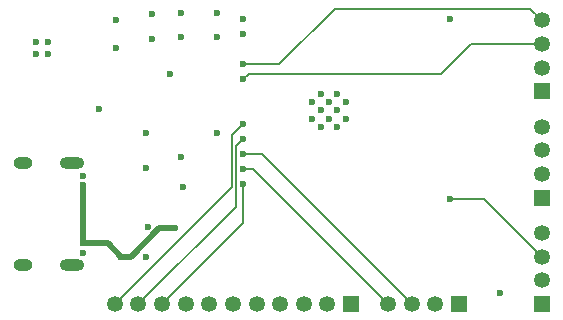
<source format=gbr>
%TF.GenerationSoftware,KiCad,Pcbnew,9.0.1*%
%TF.CreationDate,2025-07-10T19:48:23+10:00*%
%TF.ProjectId,esp-32-s3-wroom-1,6573702d-3332-42d7-9333-2d77726f6f6d,rev?*%
%TF.SameCoordinates,Original*%
%TF.FileFunction,Copper,L4,Bot*%
%TF.FilePolarity,Positive*%
%FSLAX46Y46*%
G04 Gerber Fmt 4.6, Leading zero omitted, Abs format (unit mm)*
G04 Created by KiCad (PCBNEW 9.0.1) date 2025-07-10 19:48:23*
%MOMM*%
%LPD*%
G01*
G04 APERTURE LIST*
%TA.AperFunction,HeatsinkPad*%
%ADD10O,1.600000X1.000000*%
%TD*%
%TA.AperFunction,HeatsinkPad*%
%ADD11O,2.100000X1.000000*%
%TD*%
%TA.AperFunction,HeatsinkPad*%
%ADD12C,0.600000*%
%TD*%
%TA.AperFunction,ComponentPad*%
%ADD13R,1.350000X1.350000*%
%TD*%
%TA.AperFunction,ComponentPad*%
%ADD14C,1.350000*%
%TD*%
%TA.AperFunction,ViaPad*%
%ADD15C,0.600000*%
%TD*%
%TA.AperFunction,Conductor*%
%ADD16C,0.200000*%
%TD*%
%TA.AperFunction,Conductor*%
%ADD17C,0.500000*%
%TD*%
G04 APERTURE END LIST*
D10*
%TO.P,J1,S1,SHIELD*%
%TO.N,GND*%
X106082857Y-94236371D03*
D11*
X110262857Y-94236371D03*
D10*
X106082857Y-85596371D03*
D11*
X110262857Y-85596371D03*
%TD*%
D12*
%TO.P,U1,41,GND*%
%TO.N,GND*%
X133400000Y-81810000D03*
X133400000Y-80410000D03*
X132700000Y-82510000D03*
X132700000Y-81110000D03*
X132700000Y-79710000D03*
X132000000Y-81810000D03*
X132000000Y-80410000D03*
X131300000Y-82510000D03*
X131300000Y-81110000D03*
X131300000Y-79710000D03*
X130600000Y-81810000D03*
X130600000Y-80410000D03*
%TD*%
D13*
%TO.P,J2,1,Pin_1*%
%TO.N,+3.3V*%
X143000000Y-97500000D03*
D14*
%TO.P,J2,2,Pin_2*%
%TO.N,GND*%
X141000000Y-97500000D03*
%TO.P,J2,3,Pin_3*%
%TO.N,/SCL*%
X139000000Y-97500000D03*
%TO.P,J2,4,Pin_4*%
%TO.N,/SDA*%
X137000000Y-97500000D03*
%TD*%
D13*
%TO.P,J7,1,Pin_1*%
%TO.N,/IO14*%
X133870000Y-97540000D03*
D14*
%TO.P,J7,2,Pin_2*%
%TO.N,/IO13*%
X131870000Y-97540000D03*
%TO.P,J7,3,Pin_3*%
%TO.N,/IO12*%
X129870000Y-97540000D03*
%TO.P,J7,4,Pin_4*%
%TO.N,/IO11*%
X127870000Y-97540000D03*
%TO.P,J7,5,Pin_5*%
%TO.N,/IO10*%
X125870000Y-97540000D03*
%TO.P,J7,6,Pin_6*%
%TO.N,/IO9*%
X123870000Y-97540000D03*
%TO.P,J7,7,Pin_7*%
%TO.N,/IO46*%
X121870000Y-97540000D03*
%TO.P,J7,8,Pin_8*%
%TO.N,/IO3*%
X119870000Y-97540000D03*
%TO.P,J7,9,Pin_9*%
%TO.N,/IO8*%
X117870000Y-97540000D03*
%TO.P,J7,10,Pin_10*%
%TO.N,/IO16*%
X115870000Y-97540000D03*
%TO.P,J7,11,Pin_11*%
%TO.N,/IO15*%
X113870000Y-97540000D03*
%TD*%
D13*
%TO.P,J3,1,Pin_1*%
%TO.N,/IO48*%
X150000000Y-97500000D03*
D14*
%TO.P,J3,2,Pin_2*%
%TO.N,/IO45*%
X150000000Y-95500000D03*
%TO.P,J3,3,Pin_3*%
%TO.N,/IO35*%
X150000000Y-93500000D03*
%TO.P,J3,4,Pin_4*%
%TO.N,/IO36*%
X150000000Y-91500000D03*
%TD*%
D13*
%TO.P,J4,1,Pin_1*%
%TO.N,/IO37*%
X150000000Y-88500000D03*
D14*
%TO.P,J4,2,Pin_2*%
%TO.N,/IO38*%
X150000000Y-86500000D03*
%TO.P,J4,3,Pin_3*%
%TO.N,/IO39*%
X150000000Y-84500000D03*
%TO.P,J4,4,Pin_4*%
%TO.N,/IO40*%
X150000000Y-82500000D03*
%TD*%
D13*
%TO.P,J5,1,Pin_1*%
%TO.N,/IO41*%
X150000000Y-79500000D03*
D14*
%TO.P,J5,2,Pin_2*%
%TO.N,/IO42*%
X150000000Y-77500000D03*
%TO.P,J5,3,Pin_3*%
%TO.N,/IO5*%
X150000000Y-75500000D03*
%TO.P,J5,4,Pin_4*%
%TO.N,/IO4*%
X150000000Y-73500000D03*
%TD*%
D15*
%TO.N,GND*%
X118537500Y-78000000D03*
X119660000Y-87620000D03*
X146500000Y-96575000D03*
%TO.N,/SCL*%
X124750000Y-84820000D03*
%TO.N,/SDA*%
X124750000Y-86090000D03*
%TO.N,+3.3V*%
X112500000Y-81000000D03*
%TO.N,GND*%
X116500000Y-93500000D03*
%TO.N,/VBUS*%
X118963976Y-91111906D03*
%TO.N,GND*%
X116637500Y-91000000D03*
%TO.N,/VBUS*%
X114425000Y-93500000D03*
%TO.N,GND*%
X111177857Y-93166371D03*
%TO.N,/VBUS*%
X111177857Y-92366371D03*
%TO.N,GND*%
X111177857Y-86666371D03*
%TO.N,/VBUS*%
X111177857Y-87466371D03*
%TO.N,GND*%
X122500000Y-72850500D03*
X119500000Y-72850500D03*
X117000000Y-72962500D03*
%TO.N,/IO35*%
X142250000Y-88630000D03*
%TO.N,/IO5*%
X124750000Y-78470000D03*
%TO.N,/IO4*%
X124750000Y-77200000D03*
%TO.N,/IO8*%
X124750000Y-87360000D03*
%TO.N,/IO15*%
X124750000Y-82280000D03*
%TO.N,/IO16*%
X124750000Y-83550000D03*
%TO.N,GND*%
X142250000Y-73390000D03*
X122500000Y-83037500D03*
X116500000Y-86000000D03*
X116500000Y-83037500D03*
X119500000Y-85075000D03*
X124750000Y-73390000D03*
%TO.N,+3.3V*%
X124750000Y-74660000D03*
X122500000Y-74925500D03*
X119500000Y-74925500D03*
X117000000Y-75037500D03*
%TO.N,GND*%
X114000000Y-75800000D03*
X108200000Y-76300000D03*
X107200000Y-76300000D03*
X108200000Y-75300000D03*
X107200000Y-75300000D03*
%TO.N,+3.3V*%
X114000000Y-73500000D03*
%TD*%
D16*
%TO.N,/SCL*%
X139000000Y-97500000D02*
X126320000Y-84820000D01*
%TO.N,/IO4*%
X150000000Y-73500000D02*
X149000000Y-72500000D01*
X149000000Y-72500000D02*
X132500000Y-72500000D01*
%TO.N,/IO5*%
X141500000Y-78000000D02*
X144000000Y-75500000D01*
X144000000Y-75500000D02*
X150000000Y-75500000D01*
%TO.N,/IO15*%
X124750000Y-82280000D02*
X124750000Y-82400000D01*
%TO.N,/SDA*%
X125590000Y-86090000D02*
X124750000Y-86090000D01*
X137000000Y-97500000D02*
X125590000Y-86090000D01*
%TO.N,/SCL*%
X126320000Y-84820000D02*
X124750000Y-84820000D01*
D17*
%TO.N,/VBUS*%
X117587669Y-91111906D02*
X118963976Y-91111906D01*
X114425000Y-93500000D02*
X115199575Y-93500000D01*
X115199575Y-93500000D02*
X117587669Y-91111906D01*
X113291371Y-92366371D02*
X114425000Y-93500000D01*
X111177857Y-92366371D02*
X113291371Y-92366371D01*
X111177857Y-92366371D02*
X111177857Y-87466371D01*
D16*
%TO.N,/IO35*%
X150000000Y-93500000D02*
X145130000Y-88630000D01*
X145130000Y-88630000D02*
X142250000Y-88630000D01*
%TO.N,/IO4*%
X132500000Y-72500000D02*
X127800000Y-77200000D01*
%TO.N,/IO5*%
X124750000Y-78470000D02*
X125220000Y-78000000D01*
%TO.N,/IO4*%
X127800000Y-77200000D02*
X124750000Y-77200000D01*
%TO.N,/IO5*%
X125220000Y-78000000D02*
X141500000Y-78000000D01*
%TO.N,/IO8*%
X124750000Y-87360000D02*
X124750000Y-90660000D01*
X124750000Y-90660000D02*
X117870000Y-97540000D01*
%TO.N,/IO16*%
X124149000Y-89261000D02*
X115870000Y-97540000D01*
%TO.N,/IO15*%
X123821000Y-87589000D02*
X113870000Y-97540000D01*
%TO.N,/IO16*%
X124149000Y-84151000D02*
X124149000Y-89261000D01*
%TO.N,/IO15*%
X124750000Y-82280000D02*
X123821000Y-83209000D01*
X123821000Y-83209000D02*
X123821000Y-87589000D01*
%TO.N,/IO16*%
X124750000Y-83550000D02*
X124149000Y-84151000D01*
%TD*%
M02*

</source>
